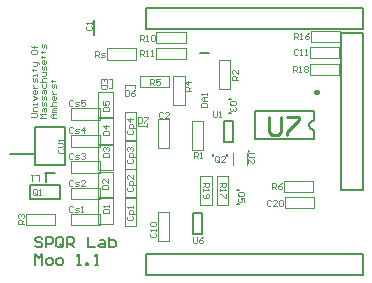
<source format=gto>
%FSDAX25Y25*%
%MOIN*%
%SFA1B1*%

%IPPOS*%
%ADD25C,0.010000*%
%ADD59C,0.003940*%
%ADD60C,0.009840*%
%ADD61C,0.007870*%
%ADD62C,0.003000*%
%ADD63C,0.005000*%
%ADD64C,0.002990*%
%LNmoo1.1-1*%
%LPD*%
G54D25*
X0317200Y0377798D02*
Y0372800D01*
X0318200Y0371800*
X0320199*
X0321199Y0372800*
Y0377798*
X0323198D02*
X0327197D01*
Y0376798*
X0323198Y0372800*
Y0371800*
G54D59*
X0310494Y0366400D02*
D01*
X0310493Y0366413*
X0310492Y0366427*
X0310489Y0366440*
X0310486Y0366454*
X0310482Y0366467*
X0310476Y0366480*
X0310470Y0366492*
X0310464Y0366504*
X0310456Y0366515*
X0310447Y0366526*
X0310438Y0366536*
X0310428Y0366546*
X0310418Y0366555*
X0310407Y0366563*
X0310395Y0366570*
X0310383Y0366577*
X0310370Y0366582*
X0310357Y0366587*
X0310344Y0366591*
X0310331Y0366594*
X0310317Y0366595*
X0310303Y0366596*
X0310290*
X0310276Y0366595*
X0310262Y0366594*
X0310249Y0366591*
X0310236Y0366587*
X0310223Y0366582*
X0310210Y0366577*
X0310198Y0366570*
X0310186Y0366563*
X0310175Y0366555*
X0310165Y0366546*
X0310155Y0366536*
X0310146Y0366526*
X0310137Y0366515*
X0310129Y0366504*
X0310123Y0366492*
X0310117Y0366480*
X0310111Y0366467*
X0310107Y0366454*
X0310104Y0366440*
X0310101Y0366427*
X0310100Y0366413*
X0310100Y0366400*
X0310100Y0366386*
X0310101Y0366372*
X0310104Y0366359*
X0310107Y0366345*
X0310111Y0366332*
X0310117Y0366319*
X0310123Y0366307*
X0310129Y0366295*
X0310137Y0366284*
X0310146Y0366273*
X0310155Y0366263*
X0310165Y0366253*
X0310175Y0366244*
X0310186Y0366236*
X0310198Y0366229*
X0310210Y0366222*
X0310223Y0366217*
X0310236Y0366212*
X0310249Y0366208*
X0310262Y0366205*
X0310276Y0366204*
X0310290Y0366203*
X0310303*
X0310317Y0366204*
X0310331Y0366205*
X0310344Y0366208*
X0310357Y0366212*
X0310370Y0366217*
X0310383Y0366222*
X0310395Y0366229*
X0310407Y0366236*
X0310418Y0366244*
X0310428Y0366253*
X0310438Y0366263*
X0310447Y0366273*
X0310456Y0366284*
X0310464Y0366295*
X0310470Y0366307*
X0310476Y0366319*
X0310482Y0366332*
X0310486Y0366345*
X0310489Y0366359*
X0310492Y0366372*
X0310493Y0366386*
X0310494Y0366400*
X0305138Y0361732D02*
Y0365669D01*
X0309862Y0361732D02*
Y0365669D01*
X0273430Y0374615D02*
Y0375690D01*
X0276580Y0374575D02*
Y0375650D01*
X0273425Y0374584D02*
X0276575D01*
X0260241Y0377768D02*
Y0386232D01*
X0265359Y0377768D02*
Y0386232D01*
X0260241D02*
X0265359D01*
X0260241Y0377768D02*
X0265359D01*
X0260241Y0368868D02*
Y0377332D01*
X0265359Y0368868D02*
Y0377332D01*
X0260241D02*
X0265359D01*
X0260241Y0368868D02*
X0265359D01*
X0260241Y0359968D02*
Y0368432D01*
X0265359Y0359968D02*
Y0368432D01*
X0260241D02*
X0265359D01*
X0260241Y0359968D02*
X0265359D01*
X0260241Y0351068D02*
Y0359532D01*
X0265359Y0351068D02*
Y0359532D01*
X0260241D02*
X0265359D01*
X0260241Y0351068D02*
X0265359D01*
X0260241Y0342168D02*
Y0350632D01*
X0265359Y0342168D02*
Y0350632D01*
X0260241D02*
X0265359D01*
X0260241Y0342168D02*
X0265359D01*
X0269425Y0388528D02*
X0272575D01*
X0269420Y0387462D02*
Y0388537D01*
X0272570Y0387422D02*
Y0388497D01*
X0265016Y0387425D02*
Y0390575D01*
X0263950Y0390580D02*
X0265025D01*
X0263910Y0387430D02*
X0264985D01*
G54D60*
X0333592Y0386092D02*
D01*
X0333590Y0386126*
X0333587Y0386160*
X0333581Y0386194*
X0333572Y0386227*
X0333562Y0386260*
X0333549Y0386292*
X0333534Y0386322*
X0333517Y0386352*
X0333498Y0386381*
X0333476Y0386408*
X0333453Y0386433*
X0333429Y0386457*
X0333402Y0386479*
X0333375Y0386499*
X0333346Y0386518*
X0333315Y0386534*
X0333284Y0386548*
X0333252Y0386559*
X0333219Y0386569*
X0333185Y0386576*
X0333151Y0386581*
X0333117Y0386583*
X0333082*
X0333048Y0386581*
X0333014Y0386576*
X0332980Y0386569*
X0332947Y0386559*
X0332915Y0386548*
X0332884Y0386534*
X0332854Y0386518*
X0332824Y0386499*
X0332797Y0386479*
X0332770Y0386457*
X0332746Y0386433*
X0332723Y0386408*
X0332701Y0386381*
X0332682Y0386352*
X0332665Y0386322*
X0332650Y0386292*
X0332637Y0386260*
X0332627Y0386227*
X0332618Y0386194*
X0332612Y0386160*
X0332609Y0386126*
X0332608Y0386092*
X0332609Y0386057*
X0332612Y0386023*
X0332618Y0385989*
X0332627Y0385956*
X0332637Y0385923*
X0332650Y0385891*
X0332665Y0385861*
X0332682Y0385831*
X0332701Y0385802*
X0332723Y0385775*
X0332746Y0385750*
X0332770Y0385726*
X0332797Y0385704*
X0332824Y0385684*
X0332854Y0385665*
X0332884Y0385649*
X0332915Y0385635*
X0332947Y0385624*
X0332980Y0385614*
X0333014Y0385607*
X0333048Y0385602*
X0333082Y0385600*
X0333117*
X0333151Y0385602*
X0333185Y0385607*
X0333219Y0385614*
X0333252Y0385624*
X0333284Y0385635*
X0333315Y0385649*
X0333346Y0385665*
X0333375Y0385684*
X0333402Y0385704*
X0333429Y0385726*
X0333453Y0385750*
X0333476Y0385775*
X0333498Y0385802*
X0333517Y0385831*
X0333534Y0385861*
X0333549Y0385891*
X0333562Y0385923*
X0333572Y0385956*
X0333581Y0385989*
X0333587Y0386023*
X0333590Y0386057*
X0333592Y0386092*
G54D61*
X0332098Y0376626D02*
D01*
X0331991Y0376615*
X0331886Y0376596*
X0331782Y0376571*
X0331681Y0376538*
X0331582Y0376499*
X0331486Y0376452*
X0331393Y0376399*
X0331304Y0376340*
X0331220Y0376274*
X0331140Y0376203*
X0331066Y0376126*
X0330997Y0376045*
X0330934Y0375959*
X0330877Y0375868*
X0330827Y0375774*
X0330783Y0375677*
X0330746Y0375577*
X0330717Y0375474*
X0330694Y0375370*
X0330679Y0375264*
X0330671Y0375158*
X0330671Y0375051*
X0330678Y0374944*
X0330693Y0374839*
X0330714Y0374734*
X0330744Y0374631*
X0330780Y0374531*
X0330823Y0374433*
X0330873Y0374339*
X0330929Y0374248*
X0330991Y0374162*
X0331060Y0374080*
X0331134Y0374003*
X0331213Y0373931*
X0331297Y0373865*
X0331385Y0373805*
X0331477Y0373751*
X0331573Y0373704*
X0331672Y0373664*
X0331773Y0373631*
X0331877Y0373604*
X0331982Y0373586*
X0332010Y0373582*
X0341357Y0405643D02*
X0348443D01*
Y0353557D02*
Y0405643D01*
X0341357Y0353557D02*
X0348443D01*
X0341357D02*
Y0405643D01*
X0276357Y0325057D02*
Y0332143D01*
X0348443*
Y0325057D02*
Y0332143D01*
X0276357Y0325057D02*
X0348443D01*
X0276357Y0406957D02*
Y0414043D01*
X0348443*
Y0406957D02*
Y0414043D01*
X0276357Y0406957D02*
X0348443D01*
X0237580Y0350500D02*
X0247620D01*
Y0355100*
X0237580Y0350500D02*
Y0355100D01*
X0247620*
X0306427Y0348638D02*
X0307214D01*
X0306427Y0353362D02*
X0307214D01*
X0291925Y0338657D02*
X0295075D01*
X0291925D02*
Y0345743D01*
X0295075Y0338657D02*
Y0345743D01*
X0291925D02*
X0295075D01*
X0243007Y0355925D02*
Y0359075D01*
X0242725Y0358945D02*
X0245875D01*
X0259020Y0404941D02*
Y0410059D01*
X0303827Y0378938D02*
X0304614D01*
X0303827Y0383662D02*
X0304614D01*
X0303162Y0364686D02*
Y0365473D01*
X0298438Y0364686D02*
Y0365473D01*
X0302225Y0376343D02*
X0305375D01*
Y0369257D02*
Y0376343D01*
X0302225Y0369257D02*
Y0376343D01*
Y0369257D02*
X0305375D01*
X0312600Y0370300D02*
Y0379900D01*
Y0370300D02*
Y0379600D01*
Y0379900D02*
X0332200D01*
X0312700Y0370300D02*
X0332200D01*
Y0376800D02*
Y0379800D01*
Y0370300D02*
Y0373400D01*
X0294125Y0399093D02*
X0297275D01*
G54D62*
X0280100Y0336250D02*
Y0345950D01*
X0283900Y0336250D02*
Y0345950D01*
X0280100Y0336250D02*
X0283900D01*
X0280100Y0345950D02*
X0283900D01*
X0332050Y0352700D02*
Y0356500D01*
X0322350Y0352700D02*
Y0356500D01*
Y0352700D02*
X0332050D01*
X0322350Y0356500D02*
X0332050D01*
X0291600Y0376350D02*
X0295400D01*
X0291600Y0366650D02*
X0295400D01*
Y0376350*
X0291600Y0366650D02*
Y0376350D01*
X0236150Y0341700D02*
Y0345500D01*
X0245850Y0341700D02*
Y0345500D01*
X0236150D02*
X0245850D01*
X0236150Y0341700D02*
X0245850D01*
X0330850Y0391700D02*
X0340550D01*
X0330850Y0395500D02*
X0340550D01*
Y0391700D02*
Y0395500D01*
X0330850Y0391700D02*
Y0395500D01*
Y0397400D02*
X0340550D01*
X0330850Y0401200D02*
X0340550D01*
Y0397400D02*
Y0401200D01*
X0330850Y0397400D02*
Y0401200D01*
X0280100Y0377050D02*
X0283900D01*
X0280100Y0367350D02*
X0283900D01*
Y0377050*
X0280100Y0367350D02*
Y0377050D01*
X0283850Y0387600D02*
Y0391400D01*
X0274150Y0387600D02*
Y0391400D01*
Y0387600D02*
X0283850D01*
X0274150Y0391400D02*
X0283850D01*
X0269200Y0379550D02*
X0273000D01*
X0269200Y0369850D02*
X0273000D01*
Y0379550*
X0269200Y0369850D02*
Y0379550D01*
X0251150Y0376800D02*
Y0380600D01*
X0260850Y0376800D02*
Y0380600D01*
X0251150D02*
X0260850D01*
X0251150Y0376800D02*
X0260850D01*
X0251150Y0367900D02*
Y0371700D01*
X0260850Y0367900D02*
Y0371700D01*
X0251150D02*
X0260850D01*
X0251150Y0367900D02*
X0260850D01*
X0251150Y0359200D02*
Y0363000D01*
X0260850Y0359200D02*
Y0363000D01*
X0251150D02*
X0260850D01*
X0251150Y0359200D02*
X0260850D01*
X0251150Y0350300D02*
Y0354100D01*
X0260850Y0350300D02*
Y0354100D01*
X0251150D02*
X0260850D01*
X0251150Y0350300D02*
X0260850D01*
X0251150Y0341700D02*
Y0345500D01*
X0260850Y0341700D02*
Y0345500D01*
X0251150D02*
X0260850D01*
X0251150Y0341700D02*
X0260850D01*
X0269200Y0370050D02*
X0273000D01*
X0269200Y0360350D02*
X0273000D01*
Y0370050*
X0269200Y0360350D02*
Y0370050D01*
Y0351050D02*
X0273000D01*
X0269200Y0341350D02*
X0273000D01*
Y0351050*
X0269200Y0341350D02*
Y0351050D01*
Y0360550D02*
X0273000D01*
X0269200Y0350850D02*
X0273000D01*
Y0360550*
X0269200Y0350850D02*
Y0360550D01*
X0279750Y0397100D02*
X0289450D01*
X0279750Y0400900D02*
X0289450D01*
Y0397100D02*
Y0400900D01*
X0279750Y0397100D02*
Y0400900D01*
Y0402300D02*
Y0406100D01*
X0289450Y0402300D02*
Y0406100D01*
X0279750D02*
X0289450D01*
X0279750Y0402300D02*
X0289450D01*
X0300500Y0396850D02*
X0304300D01*
X0300500Y0387150D02*
X0304300D01*
Y0396850*
X0300500Y0387150D02*
Y0396850D01*
X0340850Y0402600D02*
Y0406400D01*
X0331150Y0402600D02*
Y0406400D01*
Y0402600D02*
X0340850D01*
X0331150Y0406400D02*
X0340850D01*
X0285300Y0381650D02*
X0289100D01*
X0285300Y0391350D02*
X0289100D01*
X0285300Y0381650D02*
Y0391350D01*
X0289100Y0381650D02*
Y0391350D01*
X0294300Y0348450D02*
X0298100D01*
X0294300Y0358150D02*
X0298100D01*
X0294300Y0348450D02*
Y0358150D01*
X0298100Y0348450D02*
Y0358150D01*
X0299900Y0348450D02*
Y0358150D01*
X0303700Y0348450D02*
Y0358150D01*
X0299900Y0348450D02*
X0303700D01*
X0299900Y0358150D02*
X0303700D01*
X0332150Y0347300D02*
Y0351100D01*
X0322450Y0347300D02*
Y0351100D01*
Y0347300D02*
X0332150D01*
X0322450Y0351100D02*
X0332150D01*
X0263150Y0396800D02*
X0272850D01*
X0263150Y0400600D02*
X0272850D01*
Y0396800D02*
Y0400600D01*
X0263150Y0396800D02*
Y0400600D01*
X0318033Y0349866D02*
X0317700Y0350199D01*
X0317033*
X0316700Y0349866*
Y0348533*
X0317033Y0348200*
X0317700*
X0318033Y0348533*
X0320032Y0348200D02*
X0318699D01*
X0320032Y0349533*
Y0349866*
X0319699Y0350199*
X0319033*
X0318699Y0349866*
X0320699D02*
X0321032Y0350199D01*
X0321698*
X0322032Y0349866*
Y0348533*
X0321698Y0348200*
X0321032*
X0320699Y0348533*
Y0349866*
X0259300Y0397900D02*
Y0399899D01*
X0260300*
X0260633Y0399566*
Y0398900*
X0260300Y0398566*
X0259300*
X0259966D02*
X0260633Y0397900D01*
X0261299D02*
X0262299D01*
X0262632Y0398233*
X0262299Y0398566*
X0261633*
X0261299Y0398900*
X0261633Y0399233*
X0262632*
X0318300Y0353700D02*
Y0355699D01*
X0319300*
X0319633Y0355366*
Y0354700*
X0319300Y0354366*
X0318300*
X0318966D02*
X0319633Y0353700D01*
X0321632Y0355699D02*
X0320966Y0355366D01*
X0320299Y0354700*
Y0354033*
X0320633Y0353700*
X0321299*
X0321632Y0354033*
Y0354366*
X0321299Y0354700*
X0320299*
X0292100Y0364200D02*
Y0366199D01*
X0293100*
X0293433Y0365866*
Y0365200*
X0293100Y0364866*
X0292100*
X0292766D02*
X0293433Y0364200D01*
X0294099D02*
X0294766D01*
X0294433*
Y0366199*
X0294099Y0365866*
X0307333Y0351267D02*
X0308666D01*
X0308999Y0351600*
Y0352267*
X0308666Y0352600*
X0307333*
X0307000Y0352267*
Y0351600*
X0307666Y0351934D02*
X0307000Y0351267D01*
Y0351600D02*
X0307333Y0351267D01*
X0308999Y0349268D02*
Y0350601D01*
X0308000*
X0308333Y0349934*
Y0349601*
X0308000Y0349268*
X0307333*
X0307000Y0349601*
Y0350267*
X0307333Y0350601*
X0325300Y0392600D02*
Y0394599D01*
X0326300*
X0326633Y0394266*
Y0393600*
X0326300Y0393266*
X0325300*
X0325966D02*
X0326633Y0392600D01*
X0327299D02*
X0327966D01*
X0327633*
Y0394599*
X0327299Y0394266*
X0328965D02*
X0329299Y0394599D01*
X0329965*
X0330298Y0394266*
Y0393933*
X0329965Y0393600*
X0330298Y0393266*
Y0392933*
X0329965Y0392600*
X0329299*
X0328965Y0392933*
Y0393266*
X0329299Y0393600*
X0328965Y0393933*
Y0394266*
X0329299Y0393600D02*
X0329965D01*
X0326833Y0399966D02*
X0326500Y0400299D01*
X0325833*
X0325500Y0399966*
Y0398633*
X0325833Y0398300*
X0326500*
X0326833Y0398633*
X0327499Y0398300D02*
X0328166D01*
X0327833*
Y0400299*
X0327499Y0399966*
X0329166Y0398300D02*
X0329832D01*
X0329499*
Y0400299*
X0329166Y0399966*
X0291900Y0337899D02*
Y0336233D01*
X0292233Y0335900*
X0292900*
X0293233Y0336233*
Y0337899*
X0295232D02*
X0294566Y0337566D01*
X0293899Y0336900*
Y0336233*
X0294233Y0335900*
X0294899*
X0295232Y0336233*
Y0336566*
X0294899Y0336900*
X0293899*
X0235500Y0342200D02*
X0233501D01*
Y0343200*
X0233834Y0343533*
X0234500*
X0234834Y0343200*
Y0342200*
Y0342866D02*
X0235500Y0343533D01*
X0233834Y0344199D02*
X0233501Y0344533D01*
Y0345199*
X0233834Y0345532*
X0234167*
X0234500Y0345199*
Y0344866*
Y0345199*
X0234834Y0345532*
X0235167*
X0235500Y0345199*
Y0344533*
X0235167Y0344199*
X0239933Y0352033D02*
Y0353366D01*
X0239600Y0353699*
X0238933*
X0238600Y0353366*
Y0352033*
X0238933Y0351700*
X0239600*
X0239266Y0352366D02*
X0239933Y0351700D01*
X0239600D02*
X0239933Y0352033D01*
X0240599Y0351700D02*
X0241266D01*
X0240933*
Y0353699*
X0240599Y0353366*
X0273500Y0377599D02*
Y0375600D01*
X0274500*
X0274833Y0375933*
Y0377266*
X0274500Y0377599*
X0273500*
X0275499D02*
X0276832D01*
Y0377266*
X0275499Y0375933*
Y0375600*
X0281833Y0379166D02*
X0281500Y0379499D01*
X0280833*
X0280500Y0379166*
Y0377833*
X0280833Y0377500*
X0281500*
X0281833Y0377833*
X0283832Y0377500D02*
X0282499D01*
X0283832Y0378833*
Y0379166*
X0283499Y0379499*
X0282833*
X0282499Y0379166*
X0291100Y0386400D02*
X0289101D01*
Y0387400*
X0289434Y0387733*
X0290100*
X0290434Y0387400*
Y0386400*
Y0387066D02*
X0291100Y0387733D01*
Y0389399D02*
X0289101D01*
X0290100Y0388399*
Y0389732*
X0277500Y0388400D02*
Y0390399D01*
X0278500*
X0278833Y0390066*
Y0389400*
X0278500Y0389066*
X0277500*
X0278166D02*
X0278833Y0388400D01*
X0280832Y0390399D02*
X0279499D01*
Y0389400*
X0280166Y0389733*
X0280499*
X0280832Y0389400*
Y0388733*
X0280499Y0388400*
X0279833*
X0279499Y0388733*
X0261801Y0379600D02*
X0263800D01*
Y0380600*
X0263467Y0380933*
X0262134*
X0261801Y0380600*
Y0379600*
Y0382932D02*
Y0381599D01*
X0262800*
X0262467Y0382266*
Y0382599*
X0262800Y0382932*
X0263467*
X0263800Y0382599*
Y0381933*
X0263467Y0381599*
X0270234Y0373333D02*
X0269901Y0373000D01*
Y0372333*
X0270234Y0372000*
X0271567*
X0271900Y0372333*
Y0373000*
X0271567Y0373333*
X0272566Y0373999D02*
X0270567D01*
Y0374999*
X0270900Y0375332*
X0271567*
X0271900Y0374999*
Y0373999*
Y0376998D02*
X0269901D01*
X0270900Y0375999*
Y0377332*
X0240500Y0356401D02*
Y0358400D01*
X0239167*
X0238501D02*
X0237834D01*
X0238167*
Y0356401*
X0238501Y0356734*
X0261901Y0371800D02*
X0263900D01*
Y0372800*
X0263567Y0373133*
X0262234*
X0261901Y0372800*
Y0371800*
X0263900Y0374799D02*
X0261901D01*
X0262900Y0373799*
Y0375132*
X0261801Y0364300D02*
X0263800D01*
Y0365300*
X0263467Y0365633*
X0262134*
X0261801Y0365300*
Y0364300*
X0262134Y0366299D02*
X0261801Y0366633D01*
Y0367299*
X0262134Y0367632*
X0262467*
X0262800Y0367299*
Y0366966*
Y0367299*
X0263134Y0367632*
X0263467*
X0263800Y0367299*
Y0366633*
X0263467Y0366299*
X0261701Y0353900D02*
X0263700D01*
Y0354900*
X0263367Y0355233*
X0262034*
X0261701Y0354900*
Y0353900*
X0263700Y0357232D02*
Y0355899D01*
X0262367Y0357232*
X0262034*
X0261701Y0356899*
Y0356233*
X0262034Y0355899*
X0261801Y0345600D02*
X0263800D01*
Y0346600*
X0263467Y0346933*
X0262134*
X0261801Y0346600*
Y0345600*
X0263800Y0347599D02*
Y0348266D01*
Y0347933*
X0261801*
X0262134Y0347599*
X0251833Y0382966D02*
X0251500Y0383299D01*
X0250833*
X0250500Y0382966*
Y0381633*
X0250833Y0381300*
X0251500*
X0251833Y0381633*
X0252499Y0381300D02*
X0253499D01*
X0253832Y0381633*
X0253499Y0381966*
X0252833*
X0252499Y0382300*
X0252833Y0382633*
X0253832*
X0255832Y0383299D02*
X0254499D01*
Y0382300*
X0255165Y0382633*
X0255498*
X0255832Y0382300*
Y0381633*
X0255498Y0381300*
X0254832*
X0254499Y0381633*
X0251933Y0374066D02*
X0251600Y0374399D01*
X0250933*
X0250600Y0374066*
Y0372733*
X0250933Y0372400*
X0251600*
X0251933Y0372733*
X0252599Y0372400D02*
X0253599D01*
X0253932Y0372733*
X0253599Y0373066*
X0252933*
X0252599Y0373400*
X0252933Y0373733*
X0253932*
X0255598Y0372400D02*
Y0374399D01*
X0254599Y0373400*
X0255932*
X0251933Y0365266D02*
X0251600Y0365599D01*
X0250933*
X0250600Y0365266*
Y0363933*
X0250933Y0363600*
X0251600*
X0251933Y0363933*
X0252599Y0363600D02*
X0253599D01*
X0253932Y0363933*
X0253599Y0364266*
X0252933*
X0252599Y0364600*
X0252933Y0364933*
X0253932*
X0254599Y0365266D02*
X0254932Y0365599D01*
X0255598*
X0255932Y0365266*
Y0364933*
X0255598Y0364600*
X0255265*
X0255598*
X0255932Y0364266*
Y0363933*
X0255598Y0363600*
X0254932*
X0254599Y0363933*
X0251933Y0356366D02*
X0251600Y0356699D01*
X0250933*
X0250600Y0356366*
Y0355033*
X0250933Y0354700*
X0251600*
X0251933Y0355033*
X0252599Y0354700D02*
X0253599D01*
X0253932Y0355033*
X0253599Y0355366*
X0252933*
X0252599Y0355700*
X0252933Y0356033*
X0253932*
X0255932Y0354700D02*
X0254599D01*
X0255932Y0356033*
Y0356366*
X0255598Y0356699*
X0254932*
X0254599Y0356366*
X0251933Y0347666D02*
X0251600Y0347999D01*
X0250933*
X0250600Y0347666*
Y0346333*
X0250933Y0346000*
X0251600*
X0251933Y0346333*
X0252599Y0346000D02*
X0253599D01*
X0253932Y0346333*
X0253599Y0346666*
X0252933*
X0252599Y0347000*
X0252933Y0347333*
X0253932*
X0254599Y0346000D02*
X0255265D01*
X0254932*
Y0347999*
X0254599Y0347666*
X0247134Y0367133D02*
X0246801Y0366800D01*
Y0366133*
X0247134Y0365800*
X0248467*
X0248800Y0366133*
Y0366800*
X0248467Y0367133*
X0246801Y0367799D02*
X0248134D01*
X0248800Y0368466*
X0248134Y0369132*
X0246801*
X0248800Y0369799D02*
Y0370465D01*
Y0370132*
X0246801*
X0247134Y0369799*
X0269400Y0386911D02*
Y0384912D01*
X0270400*
X0270733Y0385245*
Y0386578*
X0270400Y0386911*
X0269400*
X0272732D02*
X0272066Y0386578D01*
X0271399Y0385911*
Y0385245*
X0271733Y0384912*
X0272399*
X0272732Y0385245*
Y0385578*
X0272399Y0385911*
X0271399*
X0263299Y0389167D02*
Y0390500D01*
X0261300*
Y0389167*
X0262300Y0390500D02*
Y0389834D01*
X0263299Y0388501D02*
X0261300D01*
Y0387501*
X0261633Y0387168*
X0262966*
X0263299Y0387501*
Y0388501*
X0256534Y0408133D02*
X0256201Y0407800D01*
Y0407133*
X0256534Y0406800*
X0257867*
X0258200Y0407133*
Y0407800*
X0257867Y0408133*
X0258200Y0408799D02*
Y0409466D01*
Y0409133*
X0256201*
X0256534Y0408799*
X0300533Y0363033D02*
Y0364366D01*
X0300200Y0364699*
X0299533*
X0299200Y0364366*
Y0363033*
X0299533Y0362700*
X0300200*
X0299866Y0363366D02*
X0300533Y0362700D01*
X0300200D02*
X0300533Y0363033D01*
X0302532Y0362700D02*
X0301199D01*
X0302532Y0364033*
Y0364366*
X0302199Y0364699*
X0301533*
X0301199Y0364366*
X0270234Y0344833D02*
X0269901Y0344500D01*
Y0343833*
X0270234Y0343500*
X0271567*
X0271900Y0343833*
Y0344500*
X0271567Y0344833*
X0272566Y0345499D02*
X0270567D01*
Y0346499*
X0270900Y0346832*
X0271567*
X0271900Y0346499*
Y0345499*
Y0347499D02*
Y0348165D01*
Y0347832*
X0269901*
X0270234Y0347499*
Y0354333D02*
X0269901Y0354000D01*
Y0353333*
X0270234Y0353000*
X0271567*
X0271900Y0353333*
Y0354000*
X0271567Y0354333*
X0272566Y0354999D02*
X0270567D01*
Y0355999*
X0270900Y0356332*
X0271567*
X0271900Y0355999*
Y0354999*
Y0358332D02*
Y0356999D01*
X0270567Y0358332*
X0270234*
X0269901Y0357998*
Y0357332*
X0270234Y0356999*
X0304733Y0381667D02*
X0306066D01*
X0306399Y0382000*
Y0382667*
X0306066Y0383000*
X0304733*
X0304400Y0382667*
Y0382000*
X0305066Y0382334D02*
X0304400Y0381667D01*
Y0382000D02*
X0304733Y0381667D01*
X0306066Y0381001D02*
X0306399Y0380667D01*
Y0380001*
X0306066Y0379668*
X0305733*
X0305400Y0380001*
Y0380334*
Y0380001*
X0305066Y0379668*
X0304733*
X0304400Y0380001*
Y0380667*
X0304733Y0381001*
X0274400Y0403100D02*
Y0405099D01*
X0275400*
X0275733Y0404766*
Y0404100*
X0275400Y0403766*
X0274400*
X0275066D02*
X0275733Y0403100D01*
X0276399D02*
X0277066D01*
X0276733*
Y0405099*
X0276399Y0404766*
X0278065D02*
X0278399Y0405099D01*
X0279065*
X0279398Y0404766*
Y0403433*
X0279065Y0403100*
X0278399*
X0278065Y0403433*
Y0404766*
X0274400Y0398200D02*
Y0400199D01*
X0275400*
X0275733Y0399866*
Y0399200*
X0275400Y0398866*
X0274400*
X0275066D02*
X0275733Y0398200D01*
X0276399D02*
X0277066D01*
X0276733*
Y0400199*
X0276399Y0399866*
X0278065Y0398200D02*
X0278732D01*
X0278399*
Y0400199*
X0278065Y0399866*
X0325600Y0403600D02*
Y0405599D01*
X0326600*
X0326933Y0405266*
Y0404600*
X0326600Y0404266*
X0325600*
X0326266D02*
X0326933Y0403600D01*
X0327599D02*
X0328266D01*
X0327933*
Y0405599*
X0327599Y0405266*
X0330598Y0405599D02*
X0329932Y0405266D01*
X0329265Y0404600*
Y0403933*
X0329599Y0403600*
X0330265*
X0330598Y0403933*
Y0404266*
X0330265Y0404600*
X0329265*
X0306800Y0390200D02*
X0304801D01*
Y0391200*
X0305134Y0391533*
X0305800*
X0306134Y0391200*
Y0390200*
Y0390866D02*
X0306800Y0391533D01*
Y0393532D02*
Y0392199D01*
X0305467Y0393532*
X0305134*
X0304801Y0393199*
Y0392533*
X0305134Y0392199*
X0298700Y0379599D02*
Y0377933D01*
X0299033Y0377600*
X0299700*
X0300033Y0377933*
Y0379599*
X0300699Y0377600D02*
X0301366D01*
X0301033*
Y0379599*
X0300699Y0379266*
X0312299Y0365600D02*
X0310633D01*
X0310300Y0365267*
Y0364600*
X0310633Y0364267*
X0312299*
X0310300Y0362268D02*
Y0363601D01*
X0311633Y0362268*
X0311966*
X0312299Y0362601*
Y0363267*
X0311966Y0363601*
X0277934Y0339033D02*
X0277601Y0338700D01*
Y0338033*
X0277934Y0337700*
X0279267*
X0279600Y0338033*
Y0338700*
X0279267Y0339033*
X0279600Y0339699D02*
Y0340366D01*
Y0340033*
X0277601*
X0277934Y0339699*
Y0341366D02*
X0277601Y0341699D01*
Y0342365*
X0277934Y0342698*
X0279267*
X0279600Y0342365*
Y0341699*
X0279267Y0341366*
X0277934*
X0300800Y0355900D02*
X0302799D01*
Y0354900*
X0302466Y0354567*
X0301800*
X0301466Y0354900*
Y0355900*
Y0355234D02*
X0300800Y0354567D01*
Y0353901D02*
Y0353234D01*
Y0353567*
X0302799*
X0302466Y0353901*
X0302799Y0352235D02*
Y0350902D01*
X0302466*
X0301133Y0352235*
X0300800*
X0295200Y0355800D02*
X0297199D01*
Y0354800*
X0296866Y0354467*
X0296200*
X0295866Y0354800*
Y0355800*
Y0355134D02*
X0295200Y0354467D01*
Y0353801D02*
Y0353134D01*
Y0353467*
X0297199*
X0296866Y0353801*
X0295533Y0352134D02*
X0295200Y0351801D01*
Y0351135*
X0295533Y0350802*
X0296866*
X0297199Y0351135*
Y0351801*
X0296866Y0352134*
X0296533*
X0296200Y0351801*
Y0350802*
X0294601Y0381200D02*
X0296600D01*
Y0382200*
X0296267Y0382533*
X0294934*
X0294601Y0382200*
Y0381200*
X0296600Y0383199D02*
X0295267D01*
X0294601Y0383866*
X0295267Y0384532*
X0296600*
X0295600*
Y0383199*
X0296600Y0385199D02*
Y0385865D01*
Y0385532*
X0294601*
X0294934Y0385199*
X0243000Y0377500D02*
X0241001D01*
X0241667Y0378166*
X0241001Y0378833*
X0243000*
X0241667Y0379833D02*
Y0380499D01*
X0242000Y0380832*
X0243000*
Y0379833*
X0242667Y0379499*
X0242334Y0379833*
Y0380832*
X0243000Y0381499D02*
Y0382498D01*
X0242667Y0382832*
X0242334Y0382498*
Y0381832*
X0242000Y0381499*
X0241667Y0381832*
Y0382832*
X0243000Y0383498D02*
Y0384498D01*
X0242667Y0384831*
X0242334Y0384498*
Y0383831*
X0242000Y0383498*
X0241667Y0383831*
Y0384831*
Y0385831D02*
Y0386497D01*
X0242000Y0386830*
X0243000*
Y0385831*
X0242667Y0385497*
X0242334Y0385831*
Y0386830*
X0241667Y0388830D02*
Y0387830D01*
X0242000Y0387497*
X0242667*
X0243000Y0387830*
Y0388830*
X0241001Y0389496D02*
X0243000D01*
X0242000*
X0241667Y0389829*
Y0390496*
X0242000Y0390829*
X0243000*
X0241667Y0391495D02*
X0242667D01*
X0243000Y0391829*
Y0392828*
X0241667*
X0243000Y0393495D02*
Y0394495D01*
X0242667Y0394828*
X0242334Y0394495*
Y0393828*
X0242000Y0393495*
X0241667Y0393828*
Y0394828*
X0243000Y0396494D02*
Y0395827D01*
X0242667Y0395494*
X0242000*
X0241667Y0395827*
Y0396494*
X0242000Y0396827*
X0242334*
Y0395494*
X0241334Y0397827D02*
X0241667D01*
Y0397494*
Y0398160*
Y0397827*
X0242667*
X0243000Y0398160*
X0241334Y0399493D02*
X0241667D01*
Y0399160*
Y0399826*
Y0399493*
X0242667*
X0243000Y0399826*
Y0400826D02*
Y0401825D01*
X0242667Y0402159*
X0242334Y0401825*
Y0401159*
X0242000Y0400826*
X0241667Y0401159*
Y0402159*
X0237801Y0377700D02*
X0239467D01*
X0239800Y0378033*
Y0378700*
X0239467Y0379033*
X0237801*
X0239800Y0379699D02*
X0238467D01*
Y0380699*
X0238800Y0381032*
X0239800*
Y0381699D02*
Y0382365D01*
Y0382032*
X0238467*
Y0381699*
Y0383365D02*
X0239800Y0384031D01*
X0238467Y0384698*
X0239800Y0386364D02*
Y0385697D01*
X0239467Y0385364*
X0238800*
X0238467Y0385697*
Y0386364*
X0238800Y0386697*
X0239134*
Y0385364*
X0238467Y0387364D02*
X0239800D01*
X0239134*
X0238800Y0387697*
X0238467Y0388030*
Y0388363*
X0239800Y0389363D02*
Y0390363D01*
X0239467Y0390696*
X0239134Y0390363*
Y0389696*
X0238800Y0389363*
X0238467Y0389696*
Y0390696*
X0239800Y0391362D02*
Y0392029D01*
Y0391695*
X0238467*
Y0391362*
X0238134Y0393362D02*
X0238467D01*
Y0393028*
Y0393695*
Y0393362*
X0239467*
X0239800Y0393695*
X0238467Y0394694D02*
X0239467D01*
X0239800Y0395028*
Y0396027*
X0240133*
X0240466Y0395694*
Y0395361*
X0239800Y0396027D02*
X0238467D01*
X0237801Y0399693D02*
Y0399026D01*
X0238134Y0398693*
X0239467*
X0239800Y0399026*
Y0399693*
X0239467Y0400026*
X0238134*
X0237801Y0399693*
X0239800Y0401026D02*
X0238134D01*
X0238800*
Y0400693*
Y0401359*
Y0401026*
X0238134*
X0237801Y0401359*
X0246300Y0377500D02*
X0244967D01*
X0244301Y0378166*
X0244967Y0378833*
X0246300*
X0245300*
Y0377500*
X0246300Y0379499D02*
X0244967D01*
Y0379833*
X0245300Y0380166*
X0246300*
X0245300*
X0244967Y0380499*
X0245300Y0380832*
X0246300*
X0244301Y0381499D02*
X0246300D01*
X0245300*
X0244967Y0381832*
Y0382498*
X0245300Y0382832*
X0246300*
Y0384498D02*
Y0383831D01*
X0245967Y0383498*
X0245300*
X0244967Y0383831*
Y0384498*
X0245300Y0384831*
X0245634*
Y0383498*
X0244967Y0385497D02*
X0246300D01*
X0245634*
X0245300Y0385831*
X0244967Y0386164*
Y0386497*
X0246300Y0387497D02*
Y0388496D01*
X0245967Y0388830*
X0245634Y0388496*
Y0387830*
X0245300Y0387497*
X0244967Y0387830*
Y0388830*
X0244634Y0389829D02*
X0244967D01*
Y0389496*
Y0390163*
Y0389829*
X0245967*
X0246300Y0390163*
G54D63*
X0249221Y0361701D02*
Y0374299D01*
X0239379Y0361701D02*
Y0374299D01*
Y0361701D02*
X0249221D01*
X0239379Y0374299D02*
X0249221D01*
X0230800Y0365300D02*
X0238800D01*
X0241733Y0337216D02*
X0241149Y0337799D01*
X0239983*
X0239400Y0337216*
Y0336633*
X0239983Y0336049*
X0241149*
X0241733Y0335466*
Y0334883*
X0241149Y0334300*
X0239983*
X0239400Y0334883*
X0242899Y0334300D02*
Y0337799D01*
X0244648*
X0245231Y0337216*
Y0336049*
X0244648Y0335466*
X0242899*
X0248730Y0334883D02*
Y0337216D01*
X0248147Y0337799*
X0246981*
X0246398Y0337216*
Y0334883*
X0246981Y0334300*
X0248147*
X0247564Y0335466D02*
X0248730Y0334300D01*
X0248147D02*
X0248730Y0334883D01*
X0249897Y0334300D02*
Y0337799D01*
X0251646*
X0252229Y0337216*
Y0336049*
X0251646Y0335466*
X0249897*
X0251063D02*
X0252229Y0334300D01*
X0256894Y0337799D02*
Y0334300D01*
X0259227*
X0260976Y0336633D02*
X0262143D01*
X0262726Y0336049*
Y0334300*
X0260976*
X0260393Y0334883*
X0260976Y0335466*
X0262726*
X0263892Y0337799D02*
Y0334300D01*
X0265641*
X0266225Y0334883*
Y0335466*
Y0336049*
X0265641Y0336633*
X0263892*
X0239400Y0328500D02*
Y0331999D01*
X0240566Y0330833*
X0241733Y0331999*
Y0328500*
X0243482D02*
X0244648D01*
X0245231Y0329083*
Y0330249*
X0244648Y0330833*
X0243482*
X0242899Y0330249*
Y0329083*
X0243482Y0328500*
X0246981D02*
X0248147D01*
X0248730Y0329083*
Y0330249*
X0248147Y0330833*
X0246981*
X0246398Y0330249*
Y0329083*
X0246981Y0328500*
X0253396D02*
X0254562D01*
X0253979*
Y0331999*
X0253396Y0331416*
X0256311Y0328500D02*
Y0329083D01*
X0256894*
Y0328500*
X0256311*
X0259227D02*
X0260393D01*
X0259810*
Y0331999*
X0259227Y0331416*
G54D64*
X0270234Y0363833D02*
X0269901Y0363500D01*
Y0362833*
X0270234Y0362500*
X0271567*
X0271900Y0362833*
Y0363500*
X0271567Y0363833*
X0272566Y0364499D02*
X0270567D01*
Y0365499*
X0270900Y0365832*
X0271567*
X0271900Y0365499*
Y0364499*
X0270234Y0366499D02*
X0269901Y0366832D01*
Y0367498*
X0270234Y0367832*
X0270567*
X0270900Y0367498*
Y0367165*
Y0367498*
X0271234Y0367832*
X0271567*
X0271900Y0367498*
Y0366832*
X0271567Y0366499*
M02*
</source>
